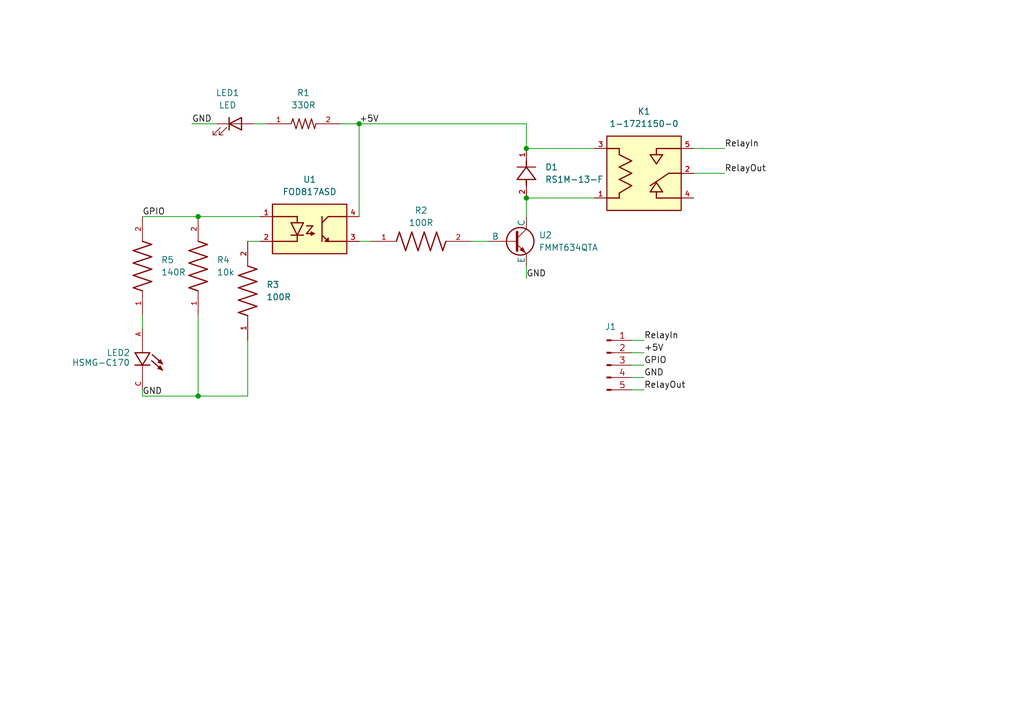
<source format=kicad_sch>
(kicad_sch (version 20231120) (generator "eeschema") (generator_version "8.0")
  (paper "A5")
  (lib_symbols
    (symbol "1-1721150-0:1-1721150-0" (pin_names (offset 1.016))
      (property "Reference" "K" (at -7.6312 10.1749 0))
      (property "Value" "1-1721150-0" (at -7.6253 -12.7088 0))
      (symbol "1-1721150-0_0_0"
        (rectangle (start -7.62 -7.62) (end 7.62 7.62) (stroke (width 0.254)) (fill (type background)))
        (polyline (pts (xy -5.08 -5.08) (xy -7.62 -5.08)) (stroke (width 0.254)))
        (polyline (pts (xy -5.08 -5.08) (xy -5.08 -4.064)) (stroke (width 0.254)))
        (polyline (pts (xy -5.08 -4.064) (xy -2.54 -2.54)) (stroke (width 0.254)))
        (polyline (pts (xy -5.08 -1.27) (xy -2.54 0)) (stroke (width 0.254)))
        (polyline (pts (xy -5.08 1.27) (xy -2.54 2.54)) (stroke (width 0.254)))
        (polyline (pts (xy -5.08 3.81) (xy -5.08 5.08)) (stroke (width 0.254)))
        (polyline (pts (xy -5.08 5.08) (xy -7.62 5.08)) (stroke (width 0.254)))
        (polyline (pts (xy -2.54 -2.54) (xy -5.08 -1.27)) (stroke (width 0.254)))
        (polyline (pts (xy -2.54 0) (xy -5.08 1.27)) (stroke (width 0.254)))
        (polyline (pts (xy -2.54 2.54) (xy -5.08 3.81)) (stroke (width 0.254)))
        (polyline (pts (xy 1.27 -3.81) (xy 2.54 -3.81)) (stroke (width 0.254)))
        (polyline (pts (xy 1.27 3.81) (xy 2.54 1.905)) (stroke (width 0.254)))
        (polyline (pts (xy 2.54 -5.08) (xy 7.62 -5.08)) (stroke (width 0.254)))
        (polyline (pts (xy 2.54 -3.81) (xy 2.54 -5.08)) (stroke (width 0.254)))
        (polyline (pts (xy 2.54 -3.81) (xy 3.81 -3.81)) (stroke (width 0.254)))
        (polyline (pts (xy 2.54 -1.905) (xy 1.27 -3.81)) (stroke (width 0.254)))
        (polyline (pts (xy 2.54 1.905) (xy 3.81 3.81)) (stroke (width 0.254)))
        (polyline (pts (xy 2.54 3.81) (xy 1.27 3.81)) (stroke (width 0.254)))
        (polyline (pts (xy 2.54 5.08) (xy 2.54 3.81)) (stroke (width 0.254)))
        (polyline (pts (xy 2.54 5.08) (xy 7.62 5.08)) (stroke (width 0.254)))
        (polyline (pts (xy 3.81 -3.81) (xy 2.54 -1.905)) (stroke (width 0.254)))
        (polyline (pts (xy 3.81 3.81) (xy 2.54 3.81)) (stroke (width 0.254)))
        (polyline (pts (xy 5.08 0) (xy 1.27 -2.54)) (stroke (width 0.254)))
        (polyline (pts (xy 7.62 0) (xy 5.08 0)) (stroke (width 0.254)))
        (pin passive line (at -10.16 -5.08 0) (length 2.54) (name "~") (number "1"))
        (pin passive line (at 10.16 0 180) (length 2.54) (name "~") (number "2"))
        (pin passive line (at -10.16 5.08 0) (length 2.54) (name "~") (number "3"))
        (pin passive line (at 10.16 -5.08 180) (length 2.54) (name "~") (number "4"))
        (pin passive line (at 10.16 5.08 180) (length 2.54) (name "~") (number "5"))
      )
    )
    (symbol "AC0603JR-07100RL:AC0603JR-07100RL" (pin_names (offset 1.016))
      (property "Reference" "R" (at -7.6244 2.5415 0))
      (property "Value" "AC0603JR-07100RL" (at -7.63 -5.0866 0))
      (symbol "AC0603JR-07100RL_0_0"
        (polyline (pts (xy -5.08 0) (xy -4.445 1.905)) (stroke (width 0.254)))
        (polyline (pts (xy -4.445 1.905) (xy -3.175 -1.905)) (stroke (width 0.254)))
        (polyline (pts (xy -3.175 -1.905) (xy -1.905 1.905)) (stroke (width 0.254)))
        (polyline (pts (xy -1.905 1.905) (xy -0.635 -1.905)) (stroke (width 0.254)))
        (polyline (pts (xy -0.635 -1.905) (xy 0.635 1.905)) (stroke (width 0.254)))
        (polyline (pts (xy 0.635 1.905) (xy 1.905 -1.905)) (stroke (width 0.254)))
        (polyline (pts (xy 1.905 -1.905) (xy 3.175 1.905)) (stroke (width 0.254)))
        (polyline (pts (xy 3.175 1.905) (xy 4.445 -1.905)) (stroke (width 0.254)))
        (polyline (pts (xy 4.445 -1.905) (xy 5.08 0)) (stroke (width 0.254)))
        (pin passive line (at -10.16 0 0) (length 5.08) (name "~") (number "1"))
        (pin passive line (at 10.16 0 180) (length 5.08) (name "~") (number "2"))
      )
    )
    (symbol "CRCW0402140RFKEDC:CRCW0402140RFKEDC" (pin_names (offset 1.016))
      (property "Reference" "R" (at -7.6244 2.5415 0))
      (property "Value" "CRCW0402140RFKEDC" (at -7.63 -5.0866 0))
      (symbol "CRCW0402140RFKEDC_0_0"
        (polyline (pts (xy -5.08 0) (xy -4.445 1.905)) (stroke (width 0.254)))
        (polyline (pts (xy -4.445 1.905) (xy -3.175 -1.905)) (stroke (width 0.254)))
        (polyline (pts (xy -3.175 -1.905) (xy -1.905 1.905)) (stroke (width 0.254)))
        (polyline (pts (xy -1.905 1.905) (xy -0.635 -1.905)) (stroke (width 0.254)))
        (polyline (pts (xy -0.635 -1.905) (xy 0.635 1.905)) (stroke (width 0.254)))
        (polyline (pts (xy 0.635 1.905) (xy 1.905 -1.905)) (stroke (width 0.254)))
        (polyline (pts (xy 1.905 -1.905) (xy 3.175 1.905)) (stroke (width 0.254)))
        (polyline (pts (xy 3.175 1.905) (xy 4.445 -1.905)) (stroke (width 0.254)))
        (polyline (pts (xy 4.445 -1.905) (xy 5.08 0)) (stroke (width 0.254)))
        (pin passive line (at -10.16 0 0) (length 5.08) (name "~") (number "1"))
        (pin passive line (at 10.16 0 180) (length 5.08) (name "~") (number "2"))
      )
    )
    (symbol "CRCW060310K0DHEAP:CRCW060310K0DHEAP" (pin_names (offset 1.016))
      (property "Reference" "R" (at -7.6244 2.5415 0))
      (property "Value" "CRCW060310K0DHEAP" (at -7.63 -5.0866 0))
      (symbol "CRCW060310K0DHEAP_0_0"
        (polyline (pts (xy -5.08 0) (xy -4.445 1.905)) (stroke (width 0.254)))
        (polyline (pts (xy -4.445 1.905) (xy -3.175 -1.905)) (stroke (width 0.254)))
        (polyline (pts (xy -3.175 -1.905) (xy -1.905 1.905)) (stroke (width 0.254)))
        (polyline (pts (xy -1.905 1.905) (xy -0.635 -1.905)) (stroke (width 0.254)))
        (polyline (pts (xy -0.635 -1.905) (xy 0.635 1.905)) (stroke (width 0.254)))
        (polyline (pts (xy 0.635 1.905) (xy 1.905 -1.905)) (stroke (width 0.254)))
        (polyline (pts (xy 1.905 -1.905) (xy 3.175 1.905)) (stroke (width 0.254)))
        (polyline (pts (xy 3.175 1.905) (xy 4.445 -1.905)) (stroke (width 0.254)))
        (polyline (pts (xy 4.445 -1.905) (xy 5.08 0)) (stroke (width 0.254)))
        (pin passive line (at -10.16 0 0) (length 5.08) (name "~") (number "1"))
        (pin passive line (at 10.16 0 180) (length 5.08) (name "~") (number "2"))
      )
    )
    (symbol "Connector:Conn_01x05_Pin" (pin_names (offset 1.016) hide)
      (property "Reference" "J" (at 0 7.62 0))
      (property "Value" "Conn_01x05_Pin" (at 0 -7.62 0))
      (symbol "Conn_01x05_Pin_1_1"
        (polyline (pts (xy 1.27 -5.08) (xy 0.8636 -5.08)) (stroke (width 0.1524)))
        (polyline (pts (xy 1.27 -2.54) (xy 0.8636 -2.54)) (stroke (width 0.1524)))
        (polyline (pts (xy 1.27 0) (xy 0.8636 0)) (stroke (width 0.1524)))
        (polyline (pts (xy 1.27 2.54) (xy 0.8636 2.54)) (stroke (width 0.1524)))
        (polyline (pts (xy 1.27 5.08) (xy 0.8636 5.08)) (stroke (width 0.1524)))
        (rectangle (start 0.8636 -4.953) (end 0 -5.207) (stroke (width 0.1524)) (fill (type outline)))
        (rectangle (start 0.8636 -2.413) (end 0 -2.667) (stroke (width 0.1524)) (fill (type outline)))
        (rectangle (start 0.8636 0.127) (end 0 -0.127) (stroke (width 0.1524)) (fill (type outline)))
        (rectangle (start 0.8636 2.667) (end 0 2.413) (stroke (width 0.1524)) (fill (type outline)))
        (rectangle (start 0.8636 5.207) (end 0 4.953) (stroke (width 0.1524)) (fill (type outline)))
        (pin passive line (at 5.08 5.08 180) (length 3.81) (name "Pin_1") (number "1"))
        (pin passive line (at 5.08 2.54 180) (length 3.81) (name "Pin_2") (number "2"))
        (pin passive line (at 5.08 0 180) (length 3.81) (name "Pin_3") (number "3"))
        (pin passive line (at 5.08 -2.54 180) (length 3.81) (name "Pin_4") (number "4"))
        (pin passive line (at 5.08 -5.08 180) (length 3.81) (name "Pin_5") (number "5"))
      )
    )
    (symbol "Device:LED" (pin_numbers hide) (pin_names (offset 1.016) hide)
      (property "Reference" "D" (at 0 2.54 0))
      (property "Value" "LED" (at 0 -2.54 0))
      (symbol "LED_0_1"
        (polyline (pts (xy -1.27 -1.27) (xy -1.27 1.27)) (stroke (width 0.254)))
        (polyline (pts (xy -1.27 0) (xy 1.27 0)))
        (polyline (pts (xy 1.27 -1.27) (xy 1.27 1.27) (xy -1.27 0) (xy 1.27 -1.27)) (stroke (width 0.254)))
        (polyline (pts (xy -3.048 -0.762) (xy -4.572 -2.286) (xy -3.81 -2.286) (xy -4.572 -2.286) (xy -4.572 -1.524)))
        (polyline (pts (xy -1.778 -0.762) (xy -3.302 -2.286) (xy -2.54 -2.286) (xy -3.302 -2.286) (xy -3.302 -1.524)))
      )
      (symbol "LED_1_1"
        (pin passive line (at -3.81 0 0) (length 2.54) (name "K") (number "1"))
        (pin passive line (at 3.81 0 180) (length 2.54) (name "A") (number "2"))
      )
    )
    (symbol "FOD817ASD:FOD817ASD" (pin_names (offset 1.016))
      (property "Reference" "Q" (at -7.6421 5.0948 0))
      (property "Value" "FOD817ASD" (at -7.644 -7.644 0))
      (symbol "FOD817ASD_0_0"
        (rectangle (start -7.62 -5.08) (end 7.62 5.08) (stroke (width 0.254)) (fill (type background)))
        (polyline (pts (xy -3.81 -1.27) (xy -2.54 -1.27)) (stroke (width 0.254)))
        (polyline (pts (xy -3.81 1.27) (xy -2.54 1.27)) (stroke (width 0.254)))
        (polyline (pts (xy -2.54 -2.54) (xy -7.62 -2.54)) (stroke (width 0.254)))
        (polyline (pts (xy -2.54 -1.27) (xy -3.81 1.27)) (stroke (width 0.254)))
        (polyline (pts (xy -2.54 -1.27) (xy -2.54 -2.54)) (stroke (width 0.254)))
        (polyline (pts (xy -2.54 -1.27) (xy -1.27 -1.27)) (stroke (width 0.254)))
        (polyline (pts (xy -2.54 1.27) (xy -1.27 1.27)) (stroke (width 0.254)))
        (polyline (pts (xy -2.54 2.54) (xy -7.62 2.54)) (stroke (width 0.254)))
        (polyline (pts (xy -2.54 2.54) (xy -2.54 1.27)) (stroke (width 0.254)))
        (polyline (pts (xy -1.27 1.27) (xy -2.54 -1.27)) (stroke (width 0.254)))
        (polyline (pts (xy -0.635 -0.9525) (xy 0.9525 -0.9525)) (stroke (width 0.254)))
        (polyline (pts (xy -0.635 0.635) (xy 0.635 0.635)) (stroke (width 0.254)))
        (polyline (pts (xy 0.3175 -1.27) (xy 0.9525 -0.9525)) (stroke (width 0.254)))
        (polyline (pts (xy 0.3175 -0.635) (xy 0.3175 -1.27)) (stroke (width 0.254)))
        (polyline (pts (xy 0.635 0.635) (xy -0.635 -0.9525)) (stroke (width 0.254)))
        (polyline (pts (xy 0.9525 -0.9525) (xy 0.3175 -0.635)) (stroke (width 0.254)))
        (polyline (pts (xy 2.54 -1.27) (xy 2.54 -2.54)) (stroke (width 0.254)))
        (polyline (pts (xy 2.54 -1.27) (xy 3.81 -2.54)) (stroke (width 0.254)))
        (polyline (pts (xy 2.54 1.27) (xy 2.54 -1.27)) (stroke (width 0.254)))
        (polyline (pts (xy 2.54 2.54) (xy 2.54 1.27)) (stroke (width 0.254)))
        (polyline (pts (xy 3.175 -2.54) (xy 3.81 -2.54)) (stroke (width 0.254)))
        (polyline (pts (xy 3.81 -2.54) (xy 3.81 -1.905)) (stroke (width 0.254)))
        (polyline (pts (xy 3.81 -1.905) (xy 3.175 -2.54)) (stroke (width 0.254)))
        (polyline (pts (xy 3.81 2.54) (xy 2.54 1.27)) (stroke (width 0.254)))
        (polyline (pts (xy 7.62 -2.54) (xy 3.81 -2.54)) (stroke (width 0.254)))
        (polyline (pts (xy 7.62 2.54) (xy 3.81 2.54)) (stroke (width 0.254)))
        (pin passive line (at -10.16 2.54 0) (length 2.54) (name "~") (number "1"))
        (pin passive line (at -10.16 -2.54 0) (length 2.54) (name "~") (number "2"))
        (pin passive line (at 10.16 -2.54 180) (length 2.54) (name "~") (number "3"))
        (pin passive line (at 10.16 2.54 180) (length 2.54) (name "~") (number "4"))
      )
    )
    (symbol "HSMG-C170:HSMG-C170" (pin_names (offset 1.016))
      (property "Reference" "D" (at -3.0988 4.4958 0))
      (property "Value" "HSMG-C170" (at -3.556 -3.302 0))
      (symbol "HSMG-C170_0_0"
        (polyline (pts (xy -2.54 -1.524) (xy 0 0)) (stroke (width 0.254)))
        (polyline (pts (xy -2.54 0) (xy -5.08 0)) (stroke (width 0.1524)))
        (polyline (pts (xy -2.54 0) (xy -2.54 -1.524)) (stroke (width 0.254)))
        (polyline (pts (xy -2.54 1.524) (xy -2.54 0)) (stroke (width 0.254)))
        (polyline (pts (xy -0.3556 4.0386) (xy -2.1336 2.0066)) (stroke (width 0.254)))
        (polyline (pts (xy 0 0) (xy -2.54 1.524)) (stroke (width 0.254)))
        (polyline (pts (xy 0 0) (xy 0 -1.524)) (stroke (width 0.254)))
        (polyline (pts (xy 0 1.524) (xy 0 0)) (stroke (width 0.254)))
        (polyline (pts (xy 0.889 3.937) (xy -0.889 1.905)) (stroke (width 0.254)))
        (polyline (pts (xy 2.54 0) (xy 0 0)) (stroke (width 0.1524)))
        (polyline (pts (xy -1.143 3.683) (xy -0.5715 3.175) (xy -0.1905 4.191) (xy -1.143 3.683)) (stroke (width 0.1524)) (fill (type outline)))
        (polyline (pts (xy 0.127 3.6195) (xy 0.6985 3.1115) (xy 1.0795 4.191) (xy 0.127 3.6195)) (stroke (width 0.1524)) (fill (type outline)))
        (pin passive line (at -7.62 0 0) (length 2.54) (name "~") (number "A"))
        (pin passive line (at 5.08 0 180) (length 2.54) (name "~") (number "C"))
      )
    )
    (symbol "RC0603FR-07330RL:RC0603FR-07330RL" (pin_names (offset 1.016))
      (property "Reference" "R" (at -3.81 1.4986 0))
      (property "Value" "RC0603FR-07330RL" (at -3.81 -3.302 0))
      (symbol "RC0603FR-07330RL_0_0"
        (polyline (pts (xy -2.54 0) (xy -2.159 1.016)) (stroke (width 0.2032)))
        (polyline (pts (xy -2.159 1.016) (xy -1.524 -1.016)) (stroke (width 0.2032)))
        (polyline (pts (xy -1.524 -1.016) (xy -0.889 1.016)) (stroke (width 0.2032)))
        (polyline (pts (xy -0.889 1.016) (xy -0.254 -1.016)) (stroke (width 0.2032)))
        (polyline (pts (xy -0.254 -1.016) (xy 0.381 1.016)) (stroke (width 0.2032)))
        (polyline (pts (xy 0.381 1.016) (xy 1.016 -1.016)) (stroke (width 0.2032)))
        (polyline (pts (xy 1.016 -1.016) (xy 1.651 1.016)) (stroke (width 0.2032)))
        (polyline (pts (xy 1.651 1.016) (xy 2.286 -1.016)) (stroke (width 0.2032)))
        (polyline (pts (xy 2.286 -1.016) (xy 2.54 0)) (stroke (width 0.2032)))
        (pin passive line (at -7.62 0 0) (length 5.08) (name "~") (number "1"))
        (pin passive line (at 7.62 0 180) (length 5.08) (name "~") (number "2"))
      )
    )
    (symbol "RS1M-13-F:RS1M-13-F" (pin_names (offset 1.016))
      (property "Reference" "CR" (at -2.8194 2.6924 0))
      (property "Value" "RS1M-13-F" (at -3.8862 -5.5372 0))
      (symbol "RS1M-13-F_0_0"
        (polyline (pts (xy 2.54 0) (xy 3.4798 0)) (stroke (width 0.2032)))
        (polyline (pts (xy 2.54 0) (xy 3.4798 0)) (stroke (width 0.2032)))
        (polyline (pts (xy 2.54 0) (xy 3.4798 0)) (stroke (width 0.2032)))
        (polyline (pts (xy 3.175 0) (xy 3.81 0)) (stroke (width 0.2032)))
        (polyline (pts (xy 3.175 0) (xy 3.81 0)) (stroke (width 0.2032)))
        (polyline (pts (xy 3.175 0) (xy 3.81 0)) (stroke (width 0.2032)))
        (polyline (pts (xy 3.81 -1.905) (xy 6.35 0)) (stroke (width 0.2032)))
        (polyline (pts (xy 3.81 -1.905) (xy 6.35 0)) (stroke (width 0.2032)))
        (polyline (pts (xy 3.81 -1.905) (xy 6.35 0)) (stroke (width 0.2032)))
        (polyline (pts (xy 3.81 1.905) (xy 3.81 -1.905)) (stroke (width 0.2032)))
        (polyline (pts (xy 3.81 1.905) (xy 3.81 -1.905)) (stroke (width 0.2032)))
        (polyline (pts (xy 3.81 1.905) (xy 3.81 -1.905)) (stroke (width 0.2032)))
        (polyline (pts (xy 6.35 0) (xy 3.81 1.905)) (stroke (width 0.2032)))
        (polyline (pts (xy 6.35 0) (xy 3.81 1.905)) (stroke (width 0.2032)))
        (polyline (pts (xy 6.35 0) (xy 3.81 1.905)) (stroke (width 0.2032)))
        (polyline (pts (xy 6.35 0) (xy 7.62 0)) (stroke (width 0.2032)))
        (polyline (pts (xy 6.35 0) (xy 7.62 0)) (stroke (width 0.2032)))
        (polyline (pts (xy 6.35 0) (xy 7.62 0)) (stroke (width 0.2032)))
        (rectangle (start 6.35 -1.905) (end 6.35 1.905) (stroke (width 0.2032)) (fill (type background)))
        (pin passive line (at 10.16 0 180) (length 2.54) (name "~") (number "1"))
        (pin passive line (at 0 0 0) (length 2.54) (name "~") (number "2"))
      )
    )
    (symbol "Simulation_SPICE:NPN" (pin_numbers hide) (pin_names (offset 0))
      (property "Reference" "Q" (at -2.54 7.62 0))
      (property "Value" "NPN" (at -2.54 5.08 0))
      (symbol "NPN_0_1"
        (polyline (pts (xy -2.54 0) (xy 0.635 0)) (stroke (width 0.1524)))
        (polyline (pts (xy 0.635 0.635) (xy 2.54 2.54)))
        (polyline (pts (xy 2.794 -1.27) (xy 2.794 -1.27)) (stroke (width 0.1524)))
        (polyline (pts (xy 2.794 -1.27) (xy 2.794 -1.27)) (stroke (width 0.1524)))
        (polyline (pts (xy 0.635 -0.635) (xy 2.54 -2.54) (xy 2.54 -2.54)))
        (polyline (pts (xy 0.635 1.905) (xy 0.635 -1.905) (xy 0.635 -1.905)) (stroke (width 0.508)))
        (polyline (pts (xy 1.27 -1.778) (xy 1.778 -1.27) (xy 2.286 -2.286) (xy 1.27 -1.778) (xy 1.27 -1.778)) (fill (type outline)))
        (circle (center 1.27 0) (radius 2.8194) (stroke (width 0.254)))
      )
      (symbol "NPN_1_1"
        (pin open_collector line (at 2.54 5.08 270) (length 2.54) (name "C") (number "1"))
        (pin input line (at -5.08 0 0) (length 2.54) (name "B") (number "2"))
        (pin open_emitter line (at 2.54 -5.08 90) (length 2.54) (name "E") (number "3"))
      )
    )
  )
  (junction (at 107.95 30.48))
  (junction (at 40.64 81.28))
  (junction (at 40.64 44.45))
  (junction (at 73.66 25.4))
  (junction (at 107.95 40.64))
  (wire (pts (xy 107.95 30.48) (xy 121.92 30.48)))
  (wire (pts (xy 142.24 35.56) (xy 148.59 35.56)))
  (wire (pts (xy 73.66 49.53) (xy 76.2 49.53)))
  (wire (pts (xy 29.21 44.45) (xy 40.64 44.45)))
  (wire (pts (xy 52.07 25.4) (xy 54.61 25.4)))
  (wire (pts (xy 129.54 74.93) (xy 132.08 74.93)))
  (wire (pts (xy 142.24 30.48) (xy 148.59 30.48)))
  (wire (pts (xy 129.54 80.01) (xy 132.08 80.01)))
  (wire (pts (xy 107.95 30.48) (xy 107.95 25.4)))
  (wire (pts (xy 69.85 25.4) (xy 73.66 25.4)))
  (wire (pts (xy 129.54 77.47) (xy 132.08 77.47)))
  (wire (pts (xy 40.64 44.45) (xy 53.34 44.45)))
  (wire (pts (xy 40.64 81.28) (xy 50.8 81.28)))
  (wire (pts (xy 96.52 49.53) (xy 100.33 49.53)))
  (wire (pts (xy 29.21 64.77) (xy 29.21 67.31)))
  (wire (pts (xy 132.08 69.85) (xy 129.54 69.85)))
  (wire (pts (xy 107.95 40.64) (xy 121.92 40.64)))
  (wire (pts (xy 50.8 69.85) (xy 50.8 81.28)))
  (wire (pts (xy 73.66 25.4) (xy 73.66 44.45)))
  (wire (pts (xy 50.8 49.53) (xy 53.34 49.53)))
  (wire (pts (xy 40.64 81.28) (xy 29.21 81.28)))
  (wire (pts (xy 40.64 64.77) (xy 40.64 81.28)))
  (wire (pts (xy 39.37 25.4) (xy 44.45 25.4)))
  (wire (pts (xy 73.66 25.4) (xy 107.95 25.4)))
  (wire (pts (xy 29.21 80.01) (xy 29.21 81.28)))
  (wire (pts (xy 107.95 40.64) (xy 107.95 44.45)))
  (wire (pts (xy 107.95 54.61) (xy 107.95 57.15)))
  (wire (pts (xy 129.54 72.39) (xy 132.08 72.39)))
  (label "RelayOut" (at 132.08 80.01 0))
  (label "GND" (at 39.37 25.4 0))
  (label "GPIO" (at 132.08 74.93 0))
  (label "GND" (at 29.21 81.28 0))
  (label "+5V" (at 132.08 72.39 0))
  (label "GND" (at 107.95 57.15 0))
  (label "GND" (at 132.08 77.47 0))
  (label "RelayIn" (at 148.59 30.48 0))
  (label "RelayIn" (at 132.08 69.85 0))
  (label "RelayOut" (at 148.59 35.56 0))
  (label "+5V" (at 73.66 25.4 0))
  (label "GPIO" (at 29.21 44.45 0))
  (symbol (lib_id "RS1M-13-F:RS1M-13-F") (at 107.95 40.64 90) (unit 1)
    (property "Reference" "D1" (at 111.76 34.2899 90) (effects (justify right)))
    (property "Value" "RS1M-13-F" (at 111.76 36.8299 90) (effects (justify right)))
    (property "Footprint" "RS1M-13-F:SMA_DIO-M" (effects (hide yes)))
    (property "MF" "Diodes Inc." (effects (hide yes)))
    (property "Description_1" "\n                        \n                            Diode Switching 1KV 1A 2Pin SMA | Diodes Inc RS1M-13-F\n                        \n" (effects (hide yes)))
    (property "COPYRIGHT" "Copyright (C) 2023 Ultra Librarian. All rights reserved." (effects (hide yes)))
    (property "Package" "DO-214 Diodes Inc." (effects (hide yes)))
    (property "Price" "None" (effects (hide yes)))
    (property "Check_prices" "https://www.snapeda.com/parts/RS1M-13-F/Diodes+Inc./view-part/?ref=eda" (effects (hide yes)))
    (property "Availability" "In Stock" (effects (hide yes)))
    (property "SnapEDA_Link" "https://www.snapeda.com/parts/RS1M-13-F/Diodes+Inc./view-part/?ref=snap" (effects (hide yes)))
    (property "MP" "RS1M-13-F" (effects (hide yes)))
    (property "MFR_NAME" "Diodes Inc" (effects (hide yes)))
    (property "MANUFACTURER_PART_NUMBER" "RS1M-13-F" (effects (hide yes)))
  )
  (symbol (lib_id "CRCW060310K0DHEAP:CRCW060310K0DHEAP") (at 40.64 54.61 90) (unit 1)
    (property "Reference" "R4" (at 44.45 53.3399 90) (effects (justify right)))
    (property "Value" "10k" (at 44.45 55.8799 90) (effects (justify right)))
    (property "Footprint" "CRCW060310K0DHEAP:RESC1508X50N" (effects (hide yes)))
    (property "MF" "Vishay Dale" (effects (hide yes)))
    (property "Description_1" "\n                        \n                            10 kOhms ±0.5% 0.1W, 1/10W Chip Resistor 0603 (1608 Metric) Automotive AEC-Q200 Thick Film\n                        \n" (effects (hide yes)))
    (property "Package" "1508 Vishay" (effects (hide yes)))
    (property "Price" "None" (effects (hide yes)))
    (property "SnapEDA_Link" "https://www.snapeda.com/parts/CRCW060310K0DHEAP/Vishay+Dale/view-part/?ref=snap" (effects (hide yes)))
    (property "MP" "CRCW060310K0DHEAP" (effects (hide yes)))
    (property "Availability" "In Stock" (effects (hide yes)))
    (property "Check_prices" "https://www.snapeda.com/parts/CRCW060310K0DHEAP/Vishay+Dale/view-part/?ref=eda" (effects (hide yes)))
  )
  (symbol (lib_id "AC0603JR-07100RL:AC0603JR-07100RL") (at 86.36 49.53 0) (unit 1)
    (property "Reference" "R2" (at 86.36 43.18 0))
    (property "Value" "100R" (at 86.36 45.72 0))
    (property "Footprint" "AC0603JR-07100RL:RESC1608X55N" (effects (hide yes)))
    (property "MF" "Yageo" (effects (hide yes)))
    (property "Description_1" "\n                        \n                            100 Ohms ±5% 0.1W, 1/10W Chip Resistor 0603 (1608 Metric) Automotive AEC-Q200, Moisture Resistant Thick Film\n                        \n" (effects (hide yes)))
    (property "Package" "1608 Yageo" (effects (hide yes)))
    (property "Price" "None" (effects (hide yes)))
    (property "SnapEDA_Link" "https://www.snapeda.com/parts/AC0603JR-07100RL/Yageo/view-part/?ref=snap" (effects (hide yes)))
    (property "MP" "AC0603JR-07100RL" (effects (hide yes)))
    (property "Availability" "In Stock" (effects (hide yes)))
    (property "Check_prices" "https://www.snapeda.com/parts/AC0603JR-07100RL/Yageo/view-part/?ref=eda" (effects (hide yes)))
  )
  (symbol (lib_id "FOD817ASD:FOD817ASD") (at 63.5 46.99 0) (unit 1)
    (property "Reference" "U1" (at 63.5 36.83 0))
    (property "Value" "FOD817ASD" (at 63.5 39.37 0))
    (property "Footprint" "FOD817ASD:SOIC254P1016X385-4N" (effects (hide yes)))
    (property "MF" "onsemi" (effects (hide yes)))
    (property "Description_1" "\n                        \n                            Optoisolator Transistor Output 5000Vrms 1 Channel 4-SMD\n                        \n" (effects (hide yes)))
    (property "Package" "SMD-4 ON Semiconductor" (effects (hide yes)))
    (property "Price" "None" (effects (hide yes)))
    (property "Check_prices" "https://www.snapeda.com/parts/FOD817ASD/Onsemi/view-part/?ref=eda" (effects (hide yes)))
    (property "SnapEDA_Link" "https://www.snapeda.com/parts/FOD817ASD/Onsemi/view-part/?ref=snap" (effects (hide yes)))
    (property "MP" "FOD817ASD" (effects (hide yes)))
    (property "Availability" "In Stock" (effects (hide yes)))
    (property "MANUFACTURER" "FAIRCHILD SEMICONDUCTOR" (effects (hide yes)))
  )
  (symbol (lib_id "HSMG-C170:HSMG-C170") (at 29.21 74.93 270) (unit 1)
    (property "Reference" "LED2" (at 21.844 72.39 90) (effects (justify left)))
    (property "Value" "HSMG-C170" (at 14.732 74.422 90) (effects (justify left)))
    (property "Footprint" "HSMG-C170:LED_HSMS-C170" (effects (hide yes)))
    (property "MF" "Broadcom Limited" (effects (hide yes)))
    (property "MAXIMUM_PACKAGE_HEIGHT" "0.8mm" (effects (hide yes)))
    (property "Package" "0805 Broadcom Limited" (effects (hide yes)))
    (property "Price" "None" (effects (hide yes)))
    (property "Check_prices" "https://www.snapeda.com/parts/HSMG-C170/Broadcom+Limited/view-part/?ref=eda" (effects (hide yes)))
    (property "STANDARD" "Manufacturer Recommendations" (effects (hide yes)))
    (property "PARTREV" "March 25, 2022" (effects (hide yes)))
    (property "SnapEDA_Link" "https://www.snapeda.com/parts/HSMG-C170/Broadcom+Limited/view-part/?ref=snap" (effects (hide yes)))
    (property "MP" "HSMG-C170" (effects (hide yes)))
    (property "Description_1" "\n                        \n                            Green 572nm LED Indication - Discrete 2.2V 0805 (2012 Metric)\n                        \n" (effects (hide yes)))
    (property "MANUFACTURER" "Broadcom" (effects (hide yes)))
    (property "Availability" "In Stock" (effects (hide yes)))
    (property "SNAPEDA_PN" "HSMG-C170" (effects (hide yes)))
  )
  (symbol (lib_id "RC0603FR-07330RL:RC0603FR-07330RL") (at 62.23 25.4 0) (unit 1)
    (property "Reference" "R1" (at 62.23 19.05 0))
    (property "Value" "330R" (at 62.23 21.59 0))
    (property "Footprint" "RC0603FR-07330RL:RESC1607X60N" (effects (hide yes)))
    (property "MF" "Yageo" (effects (hide yes)))
    (property "Description_1" "\n                        \n                            330 Ohms ±1% 0.1W, 1/10W Chip Resistor 0603 (1608 Metric) Moisture Resistant Thick Film\n                        \n" (effects (hide yes)))
    (property "Package" "0603 Yageo" (effects (hide yes)))
    (property "Price" "None" (effects (hide yes)))
    (property "SnapEDA_Link" "https://www.snapeda.com/parts/RC0603FR-07330RL/Yageo/view-part/?ref=snap" (effects (hide yes)))
    (property "MP" "RC0603FR-07330RL" (effects (hide yes)))
    (property "Availability" "In Stock" (effects (hide yes)))
    (property "Check_prices" "https://www.snapeda.com/parts/RC0603FR-07330RL/Yageo/view-part/?ref=eda" (effects (hide yes)))
  )
  (symbol (lib_id "CRCW0402140RFKEDC:CRCW0402140RFKEDC") (at 29.21 54.61 90) (unit 1)
    (property "Reference" "R5" (at 33.02 53.3399 90) (effects (justify right)))
    (property "Value" "140R" (at 33.02 55.8799 90) (effects (justify right)))
    (property "Footprint" "CRCW0402140RFKEDC:RESC1005X35N" (effects (hide yes)))
    (property "MF" "Vishay" (effects (hide yes)))
    (property "Description_1" "\n                        \n                            140 Ohms ±1% 0.063W, 1/16W Chip Resistor 0402 (1005 Metric)  Thick Film\n                        \n" (effects (hide yes)))
    (property "Package" "1005 Yageo" (effects (hide yes)))
    (property "Price" "None" (effects (hide yes)))
    (property "SnapEDA_Link" "https://www.snapeda.com/parts/CRCW0402140RFKEDC/Vishay/view-part/?ref=snap" (effects (hide yes)))
    (property "MP" "CRCW0402140RFKEDC" (effects (hide yes)))
    (property "Availability" "In Stock" (effects (hide yes)))
    (property "Check_prices" "https://www.snapeda.com/parts/CRCW0402140RFKEDC/Vishay/view-part/?ref=eda" (effects (hide yes)))
  )
  (symbol (lib_id "1-1721150-0:1-1721150-0") (at 132.08 35.56 0) (unit 1)
    (property "Reference" "K1" (at 132.08 22.86 0))
    (property "Value" "1-1721150-0" (at 132.08 25.4 0))
    (property "Footprint" "1-1721150-0:RELAY_1-1721150-0" (effects (hide yes)))
    (property "Comment" "1-1721150-0" (effects (hide yes)))
    (property "MF" "TE Connectivity" (effects (hide yes)))
    (property "MAXIMUM_PACKAGE_HEIGHT" "15.0mm" (effects (hide yes)))
    (property "Package" "None" (effects (hide yes)))
    (property "Price" "None" (effects (hide yes)))
    (property "Check_prices" "https://www.snapeda.com/parts/1-1721150-0/TE+Connectivity+Potter+%2526+Brumfield+Relays/view-part/?ref=eda" (effects (hide yes)))
    (property "STANDARD" "Manufacturer recommendations" (effects (hide yes)))
    (property "PARTREV" "D" (effects (hide yes)))
    (property "SnapEDA_Link" "https://www.snapeda.com/parts/1-1721150-0/TE+Connectivity+Potter+%2526+Brumfield+Relays/view-part/?ref=snap" (effects (hide yes)))
    (property "MP" "1-1721150-0" (effects (hide yes)))
    (property "EU_RoHS_Compliance" "Compliant" (effects (hide yes)))
    (property "Description_1" "\n                        \n                            General Purpose Relay SPDT (1 Form C) 5VDC Coil Through Hole\n                        \n" (effects (hide yes)))
    (property "Availability" "In Stock" (effects (hide yes)))
    (property "MANUFACTURER" "TE Connectivity" (effects (hide yes)))
  )
  (symbol (lib_id "Device:LED") (at 48.26 25.4 0) (unit 1)
    (property "Reference" "LED1" (at 46.6725 19.05 0))
    (property "Value" "LED" (at 46.6725 21.59 0))
    (property "Footprint" "SML-D12:LED_SML-D12V1WT86" (effects (hide yes)))
    (property "Description" "Light emitting diode" (effects (hide yes)))
  )
  (symbol (lib_id "Connector:Conn_01x05_Pin") (at 124.46 74.93 0) (unit 1)
    (property "Reference" "J1" (at 125.222 67.056 0))
    (property "Value" "Conn_01x05_Pin" (effects (hide yes)))
    (property "Footprint" "Connector_PinHeader_2.54mm:PinHeader_1x05_P2.54mm_Vertical" (effects (hide yes)))
    (property "Description" "Generic connector, single row, 01x05, script generated" (effects (hide yes)))
  )
  (symbol (lib_id "AC0603JR-07100RL:AC0603JR-07100RL") (at 50.8 59.69 90) (unit 1)
    (property "Reference" "R3" (at 54.61 58.4199 90) (effects (justify right)))
    (property "Value" "100R" (at 54.61 60.9599 90) (effects (justify right)))
    (property "Footprint" "AC0603JR-07100RL:RESC1608X55N" (effects (hide yes)))
    (property "MF" "Yageo" (effects (hide yes)))
    (property "Description_1" "\n                        \n                            100 Ohms ±5% 0.1W, 1/10W Chip Resistor 0603 (1608 Metric) Automotive AEC-Q200, Moisture Resistant Thick Film\n                        \n" (effects (hide yes)))
    (property "Package" "1608 Yageo" (effects (hide yes)))
    (property "Price" "None" (effects (hide yes)))
    (property "SnapEDA_Link" "https://www.snapeda.com/parts/AC0603JR-07100RL/Yageo/view-part/?ref=snap" (effects (hide yes)))
    (property "MP" "AC0603JR-07100RL" (effects (hide yes)))
    (property "Availability" "In Stock" (effects (hide yes)))
    (property "Check_prices" "https://www.snapeda.com/parts/AC0603JR-07100RL/Yageo/view-part/?ref=eda" (effects (hide yes)))
  )
  (symbol (lib_id "Simulation_SPICE:NPN") (at 105.41 49.53 0) (unit 1)
    (property "Reference" "U2" (at 110.49 48.2599 0) (effects (justify left)))
    (property "Value" "FMMT634QTA" (at 110.49 50.7999 0) (effects (justify left)))
    (property "Footprint" "FMMT634QTA:VREG_XC6206P282MR-G" (effects (hide yes)))
    (property "Datasheet" "https://ngspice.sourceforge.io/docs/ngspice-html-manual/manual.xhtml#cha_BJTs" (effects (hide yes)))
    (property "Description" "Bipolar transistor symbol for simulation only, substrate tied to the emitter" (effects (hide yes)))
    (property "Sim.Device" "NPN" (effects (hide yes)))
    (property "Sim.Type" "GUMMELPOON" (effects (hide yes)))
    (property "Sim.Pins" "1=C 2=B 3=E" (effects (hide yes)))
  )
)
</source>
